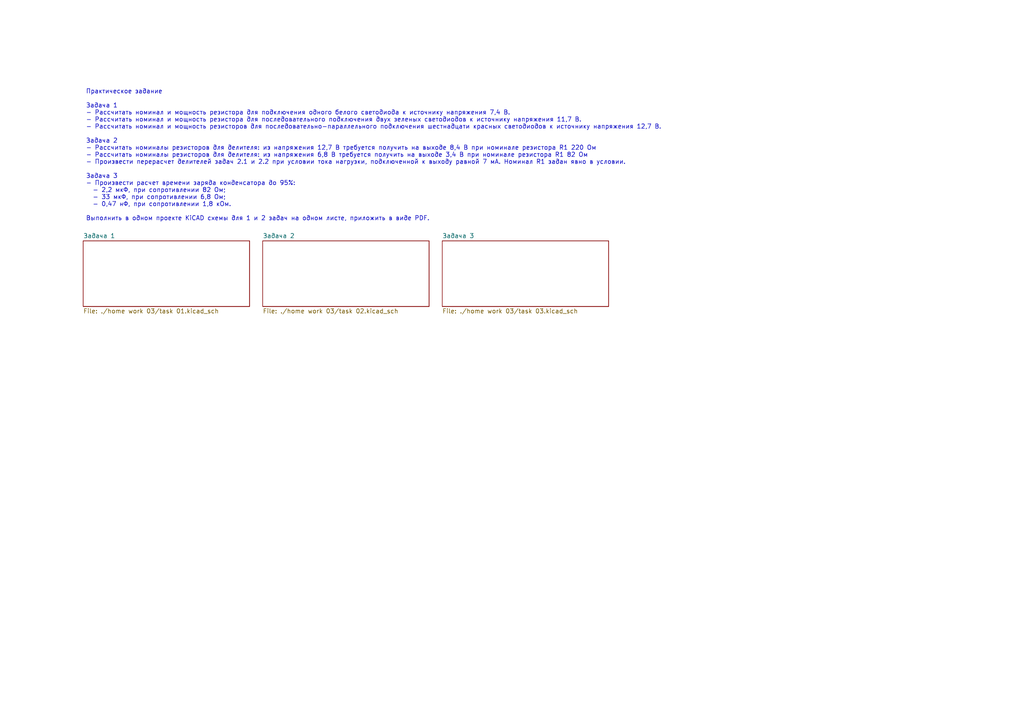
<source format=kicad_sch>
(kicad_sch
	(version 20231120)
	(generator "eeschema")
	(generator_version "8.0")
	(uuid "9a82eafe-f5b3-4471-a454-b226d420650c")
	(paper "A4")
	(lib_symbols)
	(text "Практическое задание\n\nЗадача 1\n- Рассчитать номинал и мощность резистора для подключения одного белого светодиода к источнику напряжения 7,4 В.\n- Рассчитать номинал и мощность резистора для последовательного подключения двух зеленых светодиодов к источнику напряжения 11,7 В.\n- Рассчитать номинал и мощность резисторов для последовательно-параллельного подключения шестнадцати красных светодиодов к источнику напряжения 12,7 В.\n\nЗадача 2\n- Рассчитать номиналы резисторов для делителя: из напряжения 12,7 В требуется получить на выходе 8,4 В при номинале резистора R1 220 Ом\n- Рассчитать номиналы резисторов для делителя: из напряжения 6,8 В требуется получить на выходе 3,4 В при номинале резистора R1 82 Ом\n- Произвести перерасчет делителей задач 2.1 и 2.2 при условии тока нагрузки, подключенной к выходу равной 7 мА. Номинал R1 задан явно в условии.\n\nЗадача 3 \n- Произвести расчет времени заряда конденсатора до 95%:\n  - 2,2 мкФ, при сопротивлении 82 Ом;\n  - 33 мкФ, при сопротивлении 6,8 Ом;\n  - 0,47 нФ, при сопротивлении 1,8 кОм.\n\nВыполнить в одном проекте KiCAD схемы для 1 и 2 задач на одном листе, приложить в виде PDF.\n\n"
		(exclude_from_sim no)
		(at 24.892 25.908 0)
		(effects
			(font
				(size 1.27 1.27)
			)
			(justify left top)
		)
		(uuid "455d2dc5-c8b5-42c9-82de-717c364baf63")
	)
	(sheet
		(at 24.13 69.85)
		(size 48.26 19.05)
		(fields_autoplaced yes)
		(stroke
			(width 0.1524)
			(type solid)
		)
		(fill
			(color 0 0 0 0.0000)
		)
		(uuid "6ca349d5-b34a-4528-8a27-eeb21e406992")
		(property "Sheetname" "Задача 1"
			(at 24.13 69.1384 0)
			(effects
				(font
					(size 1.27 1.27)
				)
				(justify left bottom)
			)
		)
		(property "Sheetfile" "./home work 03/task 01.kicad_sch"
			(at 24.13 89.4846 0)
			(effects
				(font
					(size 1.27 1.27)
				)
				(justify left top)
			)
		)
		(instances
			(project "mipt"
				(path "/34d483ea-61c1-4e08-b30a-5dee616d4777/cfdf2a98-d53d-4979-9485-05dd773be1bb"
					(page "4")
				)
			)
		)
	)
	(sheet
		(at 128.27 69.85)
		(size 48.26 19.05)
		(fields_autoplaced yes)
		(stroke
			(width 0.1524)
			(type solid)
		)
		(fill
			(color 0 0 0 0.0000)
		)
		(uuid "7132a0bc-13b2-4baa-a698-d2f083da30bc")
		(property "Sheetname" "Задача 3"
			(at 128.27 69.1384 0)
			(effects
				(font
					(size 1.27 1.27)
				)
				(justify left bottom)
			)
		)
		(property "Sheetfile" "./home work 03/task 03.kicad_sch"
			(at 128.27 89.4846 0)
			(effects
				(font
					(size 1.27 1.27)
				)
				(justify left top)
			)
		)
		(instances
			(project "mipt"
				(path "/34d483ea-61c1-4e08-b30a-5dee616d4777/cfdf2a98-d53d-4979-9485-05dd773be1bb"
					(page "6")
				)
			)
		)
	)
	(sheet
		(at 76.2 69.85)
		(size 48.26 19.05)
		(fields_autoplaced yes)
		(stroke
			(width 0.1524)
			(type solid)
		)
		(fill
			(color 0 0 0 0.0000)
		)
		(uuid "ca31be19-098b-42b9-ad83-8f969410d312")
		(property "Sheetname" "Задача 2"
			(at 76.2 69.1384 0)
			(effects
				(font
					(size 1.27 1.27)
				)
				(justify left bottom)
			)
		)
		(property "Sheetfile" "./home work 03/task 02.kicad_sch"
			(at 76.2 89.4846 0)
			(effects
				(font
					(size 1.27 1.27)
				)
				(justify left top)
			)
		)
		(instances
			(project "mipt"
				(path "/34d483ea-61c1-4e08-b30a-5dee616d4777/cfdf2a98-d53d-4979-9485-05dd773be1bb"
					(page "5")
				)
			)
		)
	)
	(sheet_instances
		(path "/"
			(page "1")
		)
	)
)

</source>
